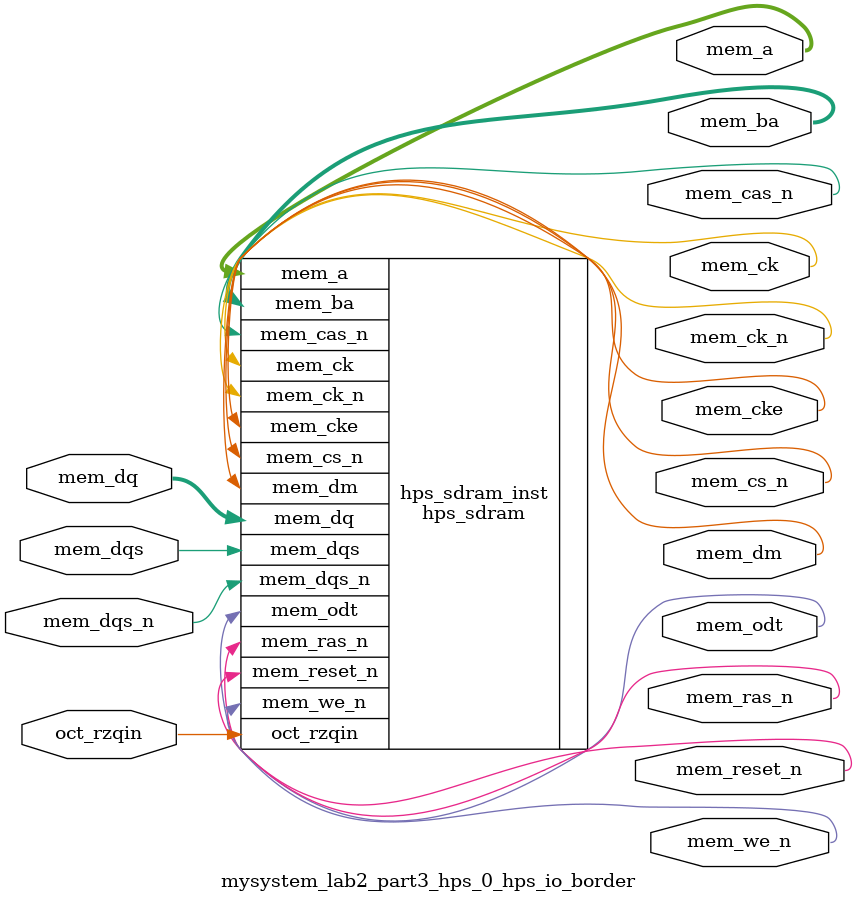
<source format=sv>


module mysystem_lab2_part3_hps_0_hps_io_border(
// memory
  output wire [13 - 1 : 0 ] mem_a
 ,output wire [3 - 1 : 0 ] mem_ba
 ,output wire [1 - 1 : 0 ] mem_ck
 ,output wire [1 - 1 : 0 ] mem_ck_n
 ,output wire [1 - 1 : 0 ] mem_cke
 ,output wire [1 - 1 : 0 ] mem_cs_n
 ,output wire [1 - 1 : 0 ] mem_ras_n
 ,output wire [1 - 1 : 0 ] mem_cas_n
 ,output wire [1 - 1 : 0 ] mem_we_n
 ,output wire [1 - 1 : 0 ] mem_reset_n
 ,inout wire [8 - 1 : 0 ] mem_dq
 ,inout wire [1 - 1 : 0 ] mem_dqs
 ,inout wire [1 - 1 : 0 ] mem_dqs_n
 ,output wire [1 - 1 : 0 ] mem_odt
 ,output wire [1 - 1 : 0 ] mem_dm
 ,input wire [1 - 1 : 0 ] oct_rzqin
);


hps_sdram hps_sdram_inst(
 .mem_dq({
    mem_dq[7:0] // 7:0
  })
,.mem_odt({
    mem_odt[0:0] // 0:0
  })
,.mem_ras_n({
    mem_ras_n[0:0] // 0:0
  })
,.mem_dqs_n({
    mem_dqs_n[0:0] // 0:0
  })
,.mem_dqs({
    mem_dqs[0:0] // 0:0
  })
,.mem_dm({
    mem_dm[0:0] // 0:0
  })
,.mem_we_n({
    mem_we_n[0:0] // 0:0
  })
,.mem_cas_n({
    mem_cas_n[0:0] // 0:0
  })
,.mem_ba({
    mem_ba[2:0] // 2:0
  })
,.mem_a({
    mem_a[12:0] // 12:0
  })
,.mem_cs_n({
    mem_cs_n[0:0] // 0:0
  })
,.mem_ck({
    mem_ck[0:0] // 0:0
  })
,.mem_cke({
    mem_cke[0:0] // 0:0
  })
,.oct_rzqin({
    oct_rzqin[0:0] // 0:0
  })
,.mem_reset_n({
    mem_reset_n[0:0] // 0:0
  })
,.mem_ck_n({
    mem_ck_n[0:0] // 0:0
  })
);

endmodule


</source>
